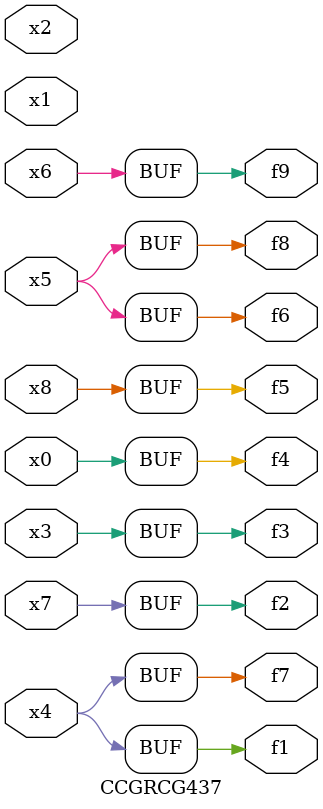
<source format=v>
module CCGRCG437(
	input x0, x1, x2, x3, x4, x5, x6, x7, x8,
	output f1, f2, f3, f4, f5, f6, f7, f8, f9
);
	assign f1 = x4;
	assign f2 = x7;
	assign f3 = x3;
	assign f4 = x0;
	assign f5 = x8;
	assign f6 = x5;
	assign f7 = x4;
	assign f8 = x5;
	assign f9 = x6;
endmodule

</source>
